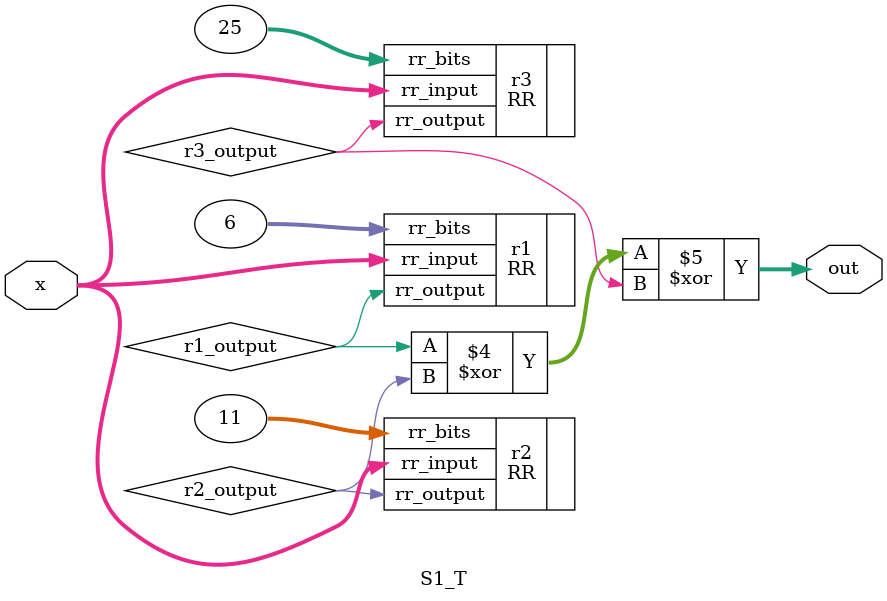
<source format=v>
module S1_T(
	input [31:0] x,
	output [31:0] out
);

wire r1_output, r2_output, r3_output;

RR r1(.rr_input(x),
	.rr_output(r1_output),
	.rr_bits(6)
);

RR r2(.rr_input(x),
	.rr_output(r2_output),
	.rr_bits(11)
);

RR r3(.rr_input(x),
	.rr_output(r3_output),
	.rr_bits(25)
);

assign out = r1_output ^ r2_output ^ r3_output;

endmodule
</source>
